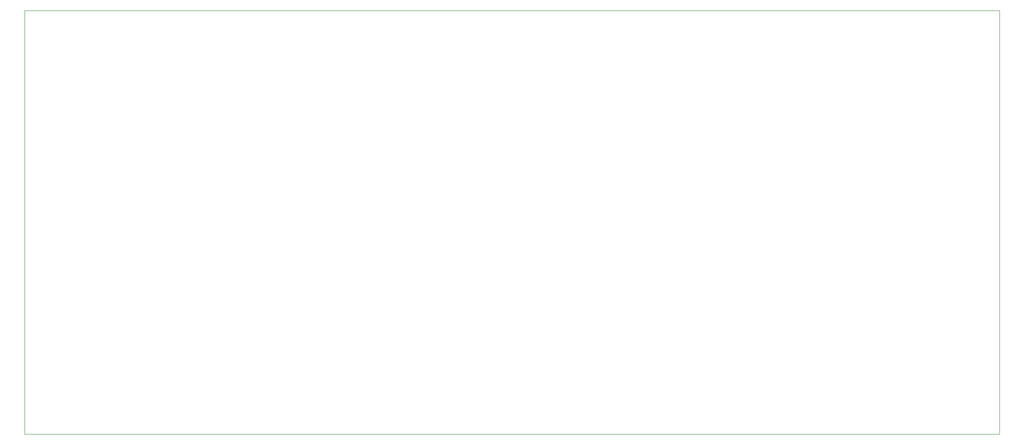
<source format=gbr>
%TF.GenerationSoftware,KiCad,Pcbnew,8.0.9-8.0.9-0~ubuntu22.04.1*%
%TF.CreationDate,2025-06-19T12:15:33-04:00*%
%TF.ProjectId,digital_waters,64696769-7461-46c5-9f77-61746572732e,rev?*%
%TF.SameCoordinates,Original*%
%TF.FileFunction,Profile,NP*%
%FSLAX46Y46*%
G04 Gerber Fmt 4.6, Leading zero omitted, Abs format (unit mm)*
G04 Created by KiCad (PCBNEW 8.0.9-8.0.9-0~ubuntu22.04.1) date 2025-06-19 12:15:33*
%MOMM*%
%LPD*%
G01*
G04 APERTURE LIST*
%TA.AperFunction,Profile*%
%ADD10C,0.050000*%
%TD*%
G04 APERTURE END LIST*
D10*
X52347325Y-42818816D02*
X240847325Y-42818816D01*
X240847325Y-124818816D01*
X52347325Y-124818816D01*
X52347325Y-42818816D01*
M02*

</source>
